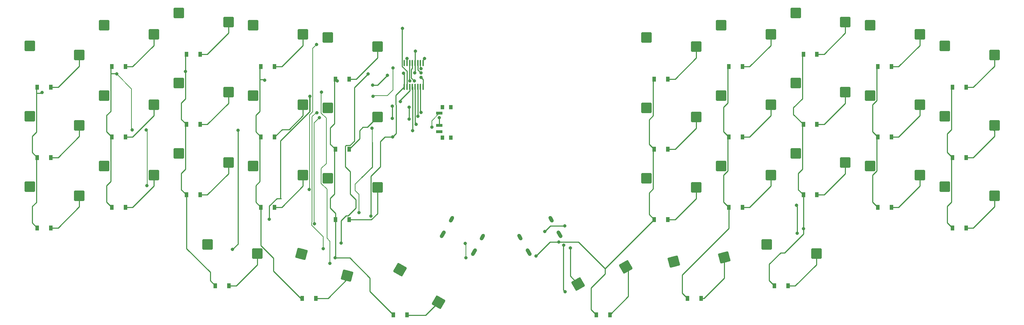
<source format=gbr>
%TF.GenerationSoftware,KiCad,Pcbnew,(6.0.8-1)-1*%
%TF.CreationDate,2022-11-15T13:56:25-05:00*%
%TF.ProjectId,kb2,6b62322e-6b69-4636-9164-5f7063625858,rev?*%
%TF.SameCoordinates,Original*%
%TF.FileFunction,Copper,L2,Bot*%
%TF.FilePolarity,Positive*%
%FSLAX46Y46*%
G04 Gerber Fmt 4.6, Leading zero omitted, Abs format (unit mm)*
G04 Created by KiCad (PCBNEW (6.0.8-1)-1) date 2022-11-15 13:56:25*
%MOMM*%
%LPD*%
G01*
G04 APERTURE LIST*
G04 Aperture macros list*
%AMRoundRect*
0 Rectangle with rounded corners*
0 $1 Rounding radius*
0 $2 $3 $4 $5 $6 $7 $8 $9 X,Y pos of 4 corners*
0 Add a 4 corners polygon primitive as box body*
4,1,4,$2,$3,$4,$5,$6,$7,$8,$9,$2,$3,0*
0 Add four circle primitives for the rounded corners*
1,1,$1+$1,$2,$3*
1,1,$1+$1,$4,$5*
1,1,$1+$1,$6,$7*
1,1,$1+$1,$8,$9*
0 Add four rect primitives between the rounded corners*
20,1,$1+$1,$2,$3,$4,$5,0*
20,1,$1+$1,$4,$5,$6,$7,0*
20,1,$1+$1,$6,$7,$8,$9,0*
20,1,$1+$1,$8,$9,$2,$3,0*%
%AMHorizOval*
0 Thick line with rounded ends*
0 $1 width*
0 $2 $3 position (X,Y) of the first rounded end (center of the circle)*
0 $4 $5 position (X,Y) of the second rounded end (center of the circle)*
0 Add line between two ends*
20,1,$1,$2,$3,$4,$5,0*
0 Add two circle primitives to create the rounded ends*
1,1,$1,$2,$3*
1,1,$1,$4,$5*%
G04 Aperture macros list end*
%TA.AperFunction,SMDPad,CuDef*%
%ADD10RoundRect,0.250000X-1.025000X-1.000000X1.025000X-1.000000X1.025000X1.000000X-1.025000X1.000000X0*%
%TD*%
%TA.AperFunction,ComponentPad*%
%ADD11HorizOval,0.900000X-0.275000X-0.476314X0.275000X0.476314X0*%
%TD*%
%TA.AperFunction,ComponentPad*%
%ADD12HorizOval,0.900000X-0.200000X-0.346410X0.200000X0.346410X0*%
%TD*%
%TA.AperFunction,SMDPad,CuDef*%
%ADD13RoundRect,0.250000X-0.387676X-1.378525X1.387676X-0.353525X0.387676X1.378525X-1.387676X0.353525X0*%
%TD*%
%TA.AperFunction,SMDPad,CuDef*%
%ADD14RoundRect,0.250000X-0.731255X-1.231215X1.248893X-0.700636X0.731255X1.231215X-1.248893X0.700636X0*%
%TD*%
%TA.AperFunction,ComponentPad*%
%ADD15HorizOval,0.900000X0.275000X-0.476314X-0.275000X0.476314X0*%
%TD*%
%TA.AperFunction,ComponentPad*%
%ADD16HorizOval,0.900000X0.200000X-0.346410X-0.200000X0.346410X0*%
%TD*%
%TA.AperFunction,SMDPad,CuDef*%
%ADD17RoundRect,0.250000X-1.248893X-0.700636X0.731255X-1.231215X1.248893X0.700636X-0.731255X1.231215X0*%
%TD*%
%TA.AperFunction,SMDPad,CuDef*%
%ADD18RoundRect,0.250000X-1.387676X-0.353525X0.387676X-1.378525X1.387676X0.353525X-0.387676X1.378525X0*%
%TD*%
%TA.AperFunction,SMDPad,CuDef*%
%ADD19R,0.900000X1.200000*%
%TD*%
%TA.AperFunction,SMDPad,CuDef*%
%ADD20RoundRect,0.100000X0.100000X-0.637500X0.100000X0.637500X-0.100000X0.637500X-0.100000X-0.637500X0*%
%TD*%
%TA.AperFunction,SMDPad,CuDef*%
%ADD21R,1.498600X0.711200*%
%TD*%
%TA.AperFunction,SMDPad,CuDef*%
%ADD22R,0.812800X0.990600*%
%TD*%
%TA.AperFunction,ViaPad*%
%ADD23C,0.800000*%
%TD*%
%TA.AperFunction,Conductor*%
%ADD24C,0.250000*%
%TD*%
%TA.AperFunction,Conductor*%
%ADD25C,0.200000*%
%TD*%
G04 APERTURE END LIST*
D10*
%TO.P,SW13,1,A*%
%TO.N,extcol6*%
X208500000Y-93000000D03*
%TO.P,SW13,2,B*%
%TO.N,Net-(D13-Pad2)*%
X220500000Y-95200000D03*
%TD*%
%TO.P,SW25,1,A*%
%TO.N,col2*%
X95500000Y-93000000D03*
%TO.P,SW25,2,B*%
%TO.N,Net-(D25-Pad2)*%
X107500000Y-95200000D03*
%TD*%
%TO.P,SW17,1,A*%
%TO.N,col2*%
X77500000Y-90000000D03*
%TO.P,SW17,2,B*%
%TO.N,Net-(D17-Pad2)*%
X89500000Y-92200000D03*
%TD*%
%TO.P,SW23,1,A*%
%TO.N,col0*%
X95500000Y-59000000D03*
%TO.P,SW23,2,B*%
%TO.N,Net-(D23-Pad2)*%
X107500000Y-61200000D03*
%TD*%
D11*
%TO.P,J2,S1,SHIELD*%
%TO.N,unconnected-(J2-PadS1)*%
X141293770Y-109511429D03*
D12*
X150861230Y-110220103D03*
D11*
X148776230Y-113831429D03*
D12*
X143378770Y-105900103D03*
%TD*%
D10*
%TO.P,SW21,1,A*%
%TO.N,extcol6*%
X226500000Y-90000000D03*
%TO.P,SW21,2,B*%
%TO.N,Net-(D21-Pad2)*%
X238500000Y-92200000D03*
%TD*%
%TO.P,SW19,1,A*%
%TO.N,extcol4*%
X226500000Y-56000000D03*
%TO.P,SW19,2,B*%
%TO.N,Net-(D19-Pad2)*%
X238500000Y-58200000D03*
%TD*%
%TO.P,SW34,1,A*%
%TO.N,extcol4*%
X262500000Y-64000000D03*
%TO.P,SW34,2,B*%
%TO.N,Net-(D34-Pad2)*%
X274500000Y-66200000D03*
%TD*%
%TO.P,SW35,1,A*%
%TO.N,extcol5*%
X262500000Y-81000000D03*
%TO.P,SW35,2,B*%
%TO.N,Net-(D35-Pad2)*%
X274500000Y-83200000D03*
%TD*%
%TO.P,SW29,1,A*%
%TO.N,extcol6*%
X244500000Y-93000000D03*
%TO.P,SW29,2,B*%
%TO.N,Net-(D29-Pad2)*%
X256500000Y-95200000D03*
%TD*%
D13*
%TO.P,SW7,1,A*%
%TO.N,extcol7*%
X173968911Y-121553848D03*
%TO.P,SW7,2,B*%
%TO.N,Net-(D7-Pad2)*%
X185461216Y-117459103D03*
%TD*%
D10*
%TO.P,SW22,1,A*%
%TO.N,extcol7*%
X219500000Y-112000000D03*
%TO.P,SW22,2,B*%
%TO.N,Net-(D22-Pad2)*%
X231500000Y-114200000D03*
%TD*%
%TO.P,SW2,1,A*%
%TO.N,col1*%
X41500000Y-81000000D03*
%TO.P,SW2,2,B*%
%TO.N,Net-(D2-Pad2)*%
X53500000Y-83200000D03*
%TD*%
%TO.P,SW10,1,A*%
%TO.N,col2*%
X59500000Y-93000000D03*
%TO.P,SW10,2,B*%
%TO.N,Net-(D10-Pad2)*%
X71500000Y-95200000D03*
%TD*%
%TO.P,SW32,1,A*%
%TO.N,col2*%
X113500000Y-96000000D03*
%TO.P,SW32,2,B*%
%TO.N,Net-(D32-Pad2)*%
X125500000Y-98200000D03*
%TD*%
%TO.P,SW31,1,A*%
%TO.N,col1*%
X113500000Y-79000000D03*
%TO.P,SW31,2,B*%
%TO.N,Net-(D31-Pad2)*%
X125500000Y-81200000D03*
%TD*%
D14*
%TO.P,SW14,1,A*%
%TO.N,extcol7*%
X197066345Y-116110312D03*
%TO.P,SW14,2,B*%
%TO.N,Net-(D14-Pad2)*%
X209226857Y-115129520D03*
%TD*%
D10*
%TO.P,SW15,1,A*%
%TO.N,col0*%
X77500000Y-56000000D03*
%TO.P,SW15,2,B*%
%TO.N,Net-(D15-Pad2)*%
X89500000Y-58200000D03*
%TD*%
%TO.P,SW28,1,A*%
%TO.N,extcol5*%
X244500000Y-76000000D03*
%TO.P,SW28,2,B*%
%TO.N,Net-(D28-Pad2)*%
X256500000Y-78200000D03*
%TD*%
%TO.P,SW20,1,A*%
%TO.N,extcol5*%
X226500000Y-73000000D03*
%TO.P,SW20,2,B*%
%TO.N,Net-(D20-Pad2)*%
X238500000Y-75200000D03*
%TD*%
%TO.P,SW3,1,A*%
%TO.N,col2*%
X41500000Y-98000000D03*
%TO.P,SW3,2,B*%
%TO.N,Net-(D3-Pad2)*%
X53500000Y-100200000D03*
%TD*%
%TO.P,SW4,1,A*%
%TO.N,extcol4*%
X190500000Y-62000000D03*
%TO.P,SW4,2,B*%
%TO.N,Net-(D4-Pad2)*%
X202500000Y-64200000D03*
%TD*%
%TO.P,SW5,1,A*%
%TO.N,extcol5*%
X190500000Y-79000000D03*
%TO.P,SW5,2,B*%
%TO.N,Net-(D5-Pad2)*%
X202500000Y-81200000D03*
%TD*%
%TO.P,SW8,1,A*%
%TO.N,col0*%
X59500000Y-59000000D03*
%TO.P,SW8,2,B*%
%TO.N,Net-(D8-Pad2)*%
X71500000Y-61200000D03*
%TD*%
%TO.P,SW1,1,A*%
%TO.N,col0*%
X41500000Y-64000000D03*
%TO.P,SW1,2,B*%
%TO.N,Net-(D1-Pad2)*%
X53500000Y-66200000D03*
%TD*%
%TO.P,SW9,1,A*%
%TO.N,col1*%
X59500000Y-76000000D03*
%TO.P,SW9,2,B*%
%TO.N,Net-(D9-Pad2)*%
X71500000Y-78200000D03*
%TD*%
%TO.P,SW24,1,A*%
%TO.N,col1*%
X95500000Y-76000000D03*
%TO.P,SW24,2,B*%
%TO.N,Net-(D24-Pad2)*%
X107500000Y-78200000D03*
%TD*%
%TO.P,SW36,1,A*%
%TO.N,extcol6*%
X262500000Y-98000000D03*
%TO.P,SW36,2,B*%
%TO.N,Net-(D36-Pad2)*%
X274500000Y-100200000D03*
%TD*%
%TO.P,SW6,1,A*%
%TO.N,extcol6*%
X190500000Y-96000000D03*
%TO.P,SW6,2,B*%
%TO.N,Net-(D6-Pad2)*%
X202500000Y-98200000D03*
%TD*%
D15*
%TO.P,J3,S1,SHIELD*%
%TO.N,unconnected-(J3-PadS1)*%
X169484043Y-109511429D03*
D16*
X167399043Y-105900103D03*
D15*
X162001583Y-113831429D03*
D16*
X159916583Y-110220103D03*
%TD*%
D10*
%TO.P,SW11,1,A*%
%TO.N,extcol4*%
X208500000Y-59000000D03*
%TO.P,SW11,2,B*%
%TO.N,Net-(D11-Pad2)*%
X220500000Y-61200000D03*
%TD*%
%TO.P,SW12,1,A*%
%TO.N,extcol5*%
X208500000Y-76000000D03*
%TO.P,SW12,2,B*%
%TO.N,Net-(D12-Pad2)*%
X220500000Y-78200000D03*
%TD*%
%TO.P,SW30,1,A*%
%TO.N,col0*%
X113500000Y-62000000D03*
%TO.P,SW30,2,B*%
%TO.N,Net-(D30-Pad2)*%
X125500000Y-64200000D03*
%TD*%
%TO.P,SW27,1,A*%
%TO.N,extcol4*%
X244500000Y-59000000D03*
%TO.P,SW27,2,B*%
%TO.N,Net-(D27-Pad2)*%
X256500000Y-61200000D03*
%TD*%
%TO.P,SW18,1,A*%
%TO.N,col3*%
X84500000Y-112000000D03*
%TO.P,SW18,2,B*%
%TO.N,Net-(D18-Pad2)*%
X96500000Y-114200000D03*
%TD*%
%TO.P,SW16,1,A*%
%TO.N,col1*%
X77500000Y-73000000D03*
%TO.P,SW16,2,B*%
%TO.N,Net-(D16-Pad2)*%
X89500000Y-75200000D03*
%TD*%
D17*
%TO.P,SW26,1,A*%
%TO.N,col3*%
X107172174Y-114298578D03*
%TO.P,SW26,2,B*%
%TO.N,Net-(D26-Pad2)*%
X118193882Y-119529444D03*
%TD*%
D18*
%TO.P,SW33,1,A*%
%TO.N,col3*%
X130968911Y-118053848D03*
%TO.P,SW33,2,B*%
%TO.N,Net-(D33-Pad2)*%
X140261216Y-125959103D03*
%TD*%
D19*
%TO.P,D32,1,K*%
%TO.N,return4*%
X115350000Y-106000000D03*
%TO.P,D32,2,A*%
%TO.N,Net-(D32-Pad2)*%
X118650000Y-106000000D03*
%TD*%
%TO.P,D17,1,K*%
%TO.N,return2*%
X79350000Y-100000000D03*
%TO.P,D17,2,A*%
%TO.N,Net-(D17-Pad2)*%
X82650000Y-100000000D03*
%TD*%
%TO.P,D27,1,K*%
%TO.N,extrow3*%
X246350000Y-69000000D03*
%TO.P,D27,2,A*%
%TO.N,Net-(D27-Pad2)*%
X249650000Y-69000000D03*
%TD*%
%TO.P,D5,1,K*%
%TO.N,extrow0*%
X192350000Y-89000000D03*
%TO.P,D5,2,A*%
%TO.N,Net-(D5-Pad2)*%
X195650000Y-89000000D03*
%TD*%
%TO.P,D26,1,K*%
%TO.N,return3*%
X107350000Y-125000000D03*
%TO.P,D26,2,A*%
%TO.N,Net-(D26-Pad2)*%
X110650000Y-125000000D03*
%TD*%
%TO.P,D31,1,K*%
%TO.N,return4*%
X115350000Y-89000000D03*
%TO.P,D31,2,A*%
%TO.N,Net-(D31-Pad2)*%
X118650000Y-89000000D03*
%TD*%
%TO.P,D22,1,K*%
%TO.N,extrow2*%
X221350000Y-122000000D03*
%TO.P,D22,2,A*%
%TO.N,Net-(D22-Pad2)*%
X224650000Y-122000000D03*
%TD*%
D20*
%TO.P,U2,1,QB*%
%TO.N,col6*%
X136525000Y-73862500D03*
%TO.P,U2,2,QC*%
%TO.N,col5*%
X135875000Y-73862500D03*
%TO.P,U2,3,QD*%
%TO.N,col4*%
X135225000Y-73862500D03*
%TO.P,U2,4,QE*%
%TO.N,col3*%
X134575000Y-73862500D03*
%TO.P,U2,5,QF*%
%TO.N,col2*%
X133925000Y-73862500D03*
%TO.P,U2,6,QG*%
%TO.N,col1*%
X133275000Y-73862500D03*
%TO.P,U2,7,QH*%
%TO.N,col0*%
X132625000Y-73862500D03*
%TO.P,U2,8,GND*%
%TO.N,GND*%
X131975000Y-73862500D03*
%TO.P,U2,9,QH'*%
%TO.N,unconnected-(U2-Pad9)*%
X131975000Y-68137500D03*
%TO.P,U2,10,~{SRCLR}*%
%TO.N,+3V3*%
X132625000Y-68137500D03*
%TO.P,U2,11,SRCLK*%
%TO.N,SCK*%
X133275000Y-68137500D03*
%TO.P,U2,12,RCLK*%
%TO.N,MISO*%
X133925000Y-68137500D03*
%TO.P,U2,13,~{OE}*%
%TO.N,GND*%
X134575000Y-68137500D03*
%TO.P,U2,14,SER*%
%TO.N,MOSI*%
X135225000Y-68137500D03*
%TO.P,U2,15,QA*%
%TO.N,col7*%
X135875000Y-68137500D03*
%TO.P,U2,16,VCC*%
%TO.N,+3V3*%
X136525000Y-68137500D03*
%TD*%
D19*
%TO.P,D19,1,K*%
%TO.N,extrow2*%
X228350000Y-66000000D03*
%TO.P,D19,2,A*%
%TO.N,Net-(D19-Pad2)*%
X231650000Y-66000000D03*
%TD*%
%TO.P,D28,1,K*%
%TO.N,extrow3*%
X246350000Y-86000000D03*
%TO.P,D28,2,A*%
%TO.N,Net-(D28-Pad2)*%
X249650000Y-86000000D03*
%TD*%
%TO.P,D36,1,K*%
%TO.N,extrow4*%
X264350000Y-108000000D03*
%TO.P,D36,2,A*%
%TO.N,Net-(D36-Pad2)*%
X267650000Y-108000000D03*
%TD*%
%TO.P,D15,1,K*%
%TO.N,return2*%
X79350000Y-66000000D03*
%TO.P,D15,2,A*%
%TO.N,Net-(D15-Pad2)*%
X82650000Y-66000000D03*
%TD*%
%TO.P,D9,1,K*%
%TO.N,return1*%
X61350000Y-86000000D03*
%TO.P,D9,2,A*%
%TO.N,Net-(D9-Pad2)*%
X64650000Y-86000000D03*
%TD*%
%TO.P,D16,1,K*%
%TO.N,return2*%
X79350000Y-83000000D03*
%TO.P,D16,2,A*%
%TO.N,Net-(D16-Pad2)*%
X82650000Y-83000000D03*
%TD*%
%TO.P,D4,1,K*%
%TO.N,extrow0*%
X192350000Y-72000000D03*
%TO.P,D4,2,A*%
%TO.N,Net-(D4-Pad2)*%
X195650000Y-72000000D03*
%TD*%
%TO.P,D30,1,K*%
%TO.N,return4*%
X115350000Y-72000000D03*
%TO.P,D30,2,A*%
%TO.N,Net-(D30-Pad2)*%
X118650000Y-72000000D03*
%TD*%
D21*
%TO.P,SW38,1,A*%
%TO.N,Net-(SW38-Pad1)*%
X140448100Y-80249999D03*
%TO.P,SW38,2,B*%
%TO.N,Net-(SW38-Pad2)*%
X140448100Y-83250001D03*
%TO.P,SW38,3,C*%
%TO.N,unconnected-(SW38-Pad3)*%
X140448100Y-84750001D03*
D22*
%TO.P,SW38,6*%
%TO.N,N/C*%
X141148101Y-78850000D03*
%TO.P,SW38,7*%
X141148101Y-86150000D03*
%TO.P,SW38,8*%
X143248100Y-78850000D03*
%TO.P,SW38,9*%
X143248100Y-86150000D03*
%TD*%
D19*
%TO.P,D6,1,K*%
%TO.N,extrow0*%
X192350000Y-106000000D03*
%TO.P,D6,2,A*%
%TO.N,Net-(D6-Pad2)*%
X195650000Y-106000000D03*
%TD*%
%TO.P,D35,1,K*%
%TO.N,extrow4*%
X264350000Y-91000000D03*
%TO.P,D35,2,A*%
%TO.N,Net-(D35-Pad2)*%
X267650000Y-91000000D03*
%TD*%
%TO.P,D3,1,K*%
%TO.N,return0*%
X43350000Y-108000000D03*
%TO.P,D3,2,A*%
%TO.N,Net-(D3-Pad2)*%
X46650000Y-108000000D03*
%TD*%
%TO.P,D29,1,K*%
%TO.N,extrow3*%
X246350000Y-103000000D03*
%TO.P,D29,2,A*%
%TO.N,Net-(D29-Pad2)*%
X249650000Y-103000000D03*
%TD*%
%TO.P,D12,1,K*%
%TO.N,extrow1*%
X210350000Y-86000000D03*
%TO.P,D12,2,A*%
%TO.N,Net-(D12-Pad2)*%
X213650000Y-86000000D03*
%TD*%
%TO.P,D14,1,K*%
%TO.N,extrow1*%
X200350000Y-125000000D03*
%TO.P,D14,2,A*%
%TO.N,Net-(D14-Pad2)*%
X203650000Y-125000000D03*
%TD*%
%TO.P,D34,1,K*%
%TO.N,extrow4*%
X264350000Y-74000000D03*
%TO.P,D34,2,A*%
%TO.N,Net-(D34-Pad2)*%
X267650000Y-74000000D03*
%TD*%
%TO.P,D21,1,K*%
%TO.N,extrow2*%
X228350000Y-100000000D03*
%TO.P,D21,2,A*%
%TO.N,Net-(D21-Pad2)*%
X231650000Y-100000000D03*
%TD*%
%TO.P,D10,1,K*%
%TO.N,return1*%
X61350000Y-103000000D03*
%TO.P,D10,2,A*%
%TO.N,Net-(D10-Pad2)*%
X64650000Y-103000000D03*
%TD*%
%TO.P,D2,1,K*%
%TO.N,return0*%
X43350000Y-91000000D03*
%TO.P,D2,2,A*%
%TO.N,Net-(D2-Pad2)*%
X46650000Y-91000000D03*
%TD*%
%TO.P,D1,1,K*%
%TO.N,return0*%
X43350000Y-74000000D03*
%TO.P,D1,2,A*%
%TO.N,Net-(D1-Pad2)*%
X46650000Y-74000000D03*
%TD*%
%TO.P,D8,1,K*%
%TO.N,return1*%
X61350000Y-69000000D03*
%TO.P,D8,2,A*%
%TO.N,Net-(D8-Pad2)*%
X64650000Y-69000000D03*
%TD*%
%TO.P,D25,1,K*%
%TO.N,return3*%
X97350000Y-103000000D03*
%TO.P,D25,2,A*%
%TO.N,Net-(D25-Pad2)*%
X100650000Y-103000000D03*
%TD*%
%TO.P,D11,1,K*%
%TO.N,extrow1*%
X210350000Y-69000000D03*
%TO.P,D11,2,A*%
%TO.N,Net-(D11-Pad2)*%
X213650000Y-69000000D03*
%TD*%
%TO.P,D18,1,K*%
%TO.N,return2*%
X86350000Y-122000000D03*
%TO.P,D18,2,A*%
%TO.N,Net-(D18-Pad2)*%
X89650000Y-122000000D03*
%TD*%
%TO.P,D7,1,K*%
%TO.N,extrow0*%
X178350000Y-129000000D03*
%TO.P,D7,2,A*%
%TO.N,Net-(D7-Pad2)*%
X181650000Y-129000000D03*
%TD*%
%TO.P,D33,1,K*%
%TO.N,return4*%
X129350000Y-129000000D03*
%TO.P,D33,2,A*%
%TO.N,Net-(D33-Pad2)*%
X132650000Y-129000000D03*
%TD*%
%TO.P,D23,1,K*%
%TO.N,return3*%
X97350000Y-69000000D03*
%TO.P,D23,2,A*%
%TO.N,Net-(D23-Pad2)*%
X100650000Y-69000000D03*
%TD*%
%TO.P,D20,1,K*%
%TO.N,extrow2*%
X228350000Y-83000000D03*
%TO.P,D20,2,A*%
%TO.N,Net-(D20-Pad2)*%
X231650000Y-83000000D03*
%TD*%
%TO.P,D13,1,K*%
%TO.N,extrow1*%
X210350000Y-103000000D03*
%TO.P,D13,2,A*%
%TO.N,Net-(D13-Pad2)*%
X213650000Y-103000000D03*
%TD*%
%TO.P,D24,1,K*%
%TO.N,return3*%
X97350000Y-86000000D03*
%TO.P,D24,2,A*%
%TO.N,Net-(D24-Pad2)*%
X100650000Y-86000000D03*
%TD*%
D23*
%TO.N,return0*%
X44500000Y-75250000D03*
X109000000Y-98700000D03*
X110799999Y-63674999D03*
%TO.N,return1*%
X69850000Y-97800000D03*
X66250000Y-84350000D03*
X69600000Y-84300000D03*
X62500000Y-70750000D03*
%TO.N,return2*%
X123250000Y-70750000D03*
X79099999Y-70150001D03*
X116700000Y-111700000D03*
%TO.N,return3*%
X97350000Y-103000000D03*
X98250000Y-72250000D03*
%TO.N,return4*%
X115300000Y-115200000D03*
X115750000Y-72500000D03*
%TO.N,GND*%
X134500000Y-70500000D03*
X129150000Y-86000000D03*
X131825000Y-70600000D03*
X123900000Y-105100000D03*
X134700000Y-65300000D03*
%TO.N,col5*%
X112402033Y-112997967D03*
X110875000Y-80125000D03*
X136000000Y-80100000D03*
%TO.N,col7*%
X109200000Y-76200000D03*
X99400000Y-105900000D03*
X129250000Y-69300000D03*
X136000000Y-69500000D03*
X124425000Y-76150000D03*
%TO.N,col4*%
X111500500Y-81325000D03*
X135300000Y-81000000D03*
X110261826Y-107038174D03*
%TO.N,col6*%
X146675000Y-111725000D03*
X114000000Y-116600000D03*
X136000000Y-71600000D03*
X127875000Y-71075000D03*
X112000000Y-75200000D03*
X146825000Y-115200000D03*
X124375000Y-73450000D03*
%TO.N,extcol6*%
X190950000Y-95575000D03*
X208500000Y-93000000D03*
X226500000Y-90000000D03*
X170775000Y-107475000D03*
X165925000Y-108825000D03*
X262500000Y-98000000D03*
X244500000Y-93000000D03*
%TO.N,extcol4*%
X262500000Y-64000000D03*
X191150000Y-61775000D03*
X226500000Y-56000000D03*
X244500000Y-59000000D03*
X208500000Y-59000000D03*
%TO.N,extcol7*%
X197066345Y-116110312D03*
X219500000Y-112000000D03*
X174800000Y-121700000D03*
X172072442Y-112802960D03*
%TO.N,extcol5*%
X244500000Y-76000000D03*
X190825000Y-78575000D03*
X226500000Y-73000000D03*
X208500000Y-76000000D03*
X262500000Y-81000000D03*
%TO.N,col0*%
X41750000Y-63750000D03*
X77500000Y-56000000D03*
X95500000Y-59000000D03*
X131499999Y-59750001D03*
X113500000Y-62000000D03*
X59500000Y-59000000D03*
%TO.N,col1*%
X95500000Y-76000000D03*
X59500000Y-76000000D03*
X131025500Y-77492716D03*
X113500000Y-79000000D03*
X77500000Y-73000000D03*
X41750000Y-80750000D03*
%TO.N,col2*%
X77500000Y-90000000D03*
X113500000Y-96000000D03*
X95500000Y-93000000D03*
X41750000Y-97750000D03*
X133994898Y-84499500D03*
X59500000Y-93000000D03*
%TO.N,col3*%
X91800000Y-84400000D03*
X107172174Y-114298578D03*
X131000000Y-118174001D03*
X84750000Y-111500000D03*
X90500000Y-113200000D03*
X134836033Y-82975500D03*
%TO.N,RST*%
X133125000Y-78825000D03*
X133175000Y-81699500D03*
X129050000Y-81525000D03*
X129050000Y-78575000D03*
%TO.N,+3V3*%
X136850000Y-67025000D03*
X132625000Y-67067796D03*
%TO.N,SCK*%
X133333532Y-72500000D03*
%TO.N,MISO*%
X134400000Y-72500000D03*
%TO.N,MOSI*%
X136000000Y-70500000D03*
%TO.N,Net-(SW38-Pad2)*%
X140425000Y-81375000D03*
%TO.N,extrow0*%
X169300721Y-111411214D03*
X163800000Y-114825000D03*
%TO.N,extrow4*%
X264350000Y-108000000D03*
%TO.N,extrow2*%
X228350000Y-108225000D03*
%TO.N,extrow3*%
X226725000Y-102475000D03*
X226850000Y-109250000D03*
X246350000Y-103000000D03*
%TO.N,extrow1*%
X170439263Y-112135714D03*
X170825000Y-123425000D03*
X200350000Y-125000000D03*
%TO.N,Net-(SW38-Pad1)*%
X124200000Y-83900000D03*
X138625000Y-83675000D03*
X121024500Y-104279600D03*
%TD*%
D24*
%TO.N,return0*%
X43099999Y-84798780D02*
X42099999Y-85798780D01*
D25*
X109899500Y-64575498D02*
X109899500Y-79900500D01*
D24*
X43099999Y-74250001D02*
X43099999Y-75400001D01*
D25*
X110799999Y-63674999D02*
X109899500Y-64575498D01*
X109100000Y-80700000D02*
X109100000Y-98600000D01*
D24*
X43099999Y-75400001D02*
X44349999Y-75400001D01*
X43099999Y-91250001D02*
X43099999Y-101798780D01*
X42099999Y-106749999D02*
X43350000Y-108000000D01*
X42099999Y-102798780D02*
X42099999Y-106749999D01*
X43099999Y-75400001D02*
X43099999Y-84798780D01*
X42099999Y-85798780D02*
X42099999Y-89749999D01*
X43099999Y-101798780D02*
X42099999Y-102798780D01*
X44349999Y-75400001D02*
X44500000Y-75250000D01*
D25*
X109100000Y-98600000D02*
X109000000Y-98700000D01*
X109899500Y-79900500D02*
X109100000Y-80700000D01*
D24*
X42099999Y-89749999D02*
X43350000Y-91000000D01*
%TO.N,Net-(D1-Pad2)*%
X48373835Y-74000000D02*
X53500000Y-68873835D01*
X53500000Y-68873835D02*
X53500000Y-66200000D01*
X46650000Y-74000000D02*
X48373835Y-74000000D01*
%TO.N,Net-(D2-Pad2)*%
X46650000Y-91000000D02*
X48373835Y-91000000D01*
X53500000Y-85873835D02*
X53500000Y-83200000D01*
X48373835Y-91000000D02*
X53500000Y-85873835D01*
%TO.N,Net-(D3-Pad2)*%
X53500000Y-102873835D02*
X53500000Y-100200000D01*
X48373835Y-108000000D02*
X53500000Y-102873835D01*
X46650000Y-108000000D02*
X48373835Y-108000000D01*
%TO.N,Net-(D4-Pad2)*%
X202500000Y-66873835D02*
X202500000Y-64200000D01*
X195650000Y-72000000D02*
X197373835Y-72000000D01*
X197373835Y-72000000D02*
X202500000Y-66873835D01*
%TO.N,Net-(D5-Pad2)*%
X195650000Y-89000000D02*
X197373835Y-89000000D01*
X202500000Y-83873835D02*
X202500000Y-81200000D01*
X197373835Y-89000000D02*
X202500000Y-83873835D01*
%TO.N,Net-(D6-Pad2)*%
X202500000Y-100873835D02*
X202500000Y-98200000D01*
X197373835Y-106000000D02*
X202500000Y-100873835D01*
X195650000Y-106000000D02*
X197373835Y-106000000D01*
%TO.N,Net-(D7-Pad2)*%
X181650000Y-129000000D02*
X186088141Y-124561859D01*
X186088141Y-124561859D02*
X186088141Y-118086028D01*
%TO.N,return1*%
X62400001Y-70650001D02*
X62500000Y-70750000D01*
D25*
X69875001Y-97774999D02*
X69850000Y-97800000D01*
X62500000Y-70750000D02*
X66124999Y-74374999D01*
D24*
X60099999Y-97798780D02*
X60099999Y-101749999D01*
D25*
X66124999Y-74374999D02*
X66124999Y-84224999D01*
D24*
X61099999Y-69250001D02*
X61099999Y-70650001D01*
X60099999Y-80798780D02*
X60099999Y-84749999D01*
X60099999Y-101749999D02*
X61350000Y-103000000D01*
D25*
X69600000Y-84300000D02*
X69875001Y-84575001D01*
D24*
X61099999Y-96798780D02*
X60099999Y-97798780D01*
X61099999Y-86250001D02*
X61099999Y-96798780D01*
D25*
X69875001Y-84575001D02*
X69875001Y-97774999D01*
D24*
X61099999Y-70650001D02*
X62400001Y-70650001D01*
X60099999Y-84749999D02*
X61350000Y-86000000D01*
X61099999Y-79798780D02*
X60099999Y-80798780D01*
D25*
X66124999Y-84224999D02*
X66250000Y-84350000D01*
D24*
X61099999Y-70650001D02*
X61099999Y-79798780D01*
%TO.N,Net-(D8-Pad2)*%
X64650000Y-69000000D02*
X66373835Y-69000000D01*
X71500000Y-63873835D02*
X71500000Y-61200000D01*
X66373835Y-69000000D02*
X71500000Y-63873835D01*
%TO.N,Net-(D9-Pad2)*%
X71500000Y-80873835D02*
X71500000Y-78200000D01*
X66373835Y-86000000D02*
X71500000Y-80873835D01*
X64650000Y-86000000D02*
X66373835Y-86000000D01*
%TO.N,Net-(D10-Pad2)*%
X64650000Y-103000000D02*
X66373835Y-103000000D01*
X71500000Y-97873835D02*
X71500000Y-95200000D01*
X66373835Y-103000000D02*
X71500000Y-97873835D01*
%TO.N,Net-(D11-Pad2)*%
X213650000Y-69000000D02*
X215373835Y-69000000D01*
X220500000Y-63873835D02*
X220500000Y-61200000D01*
X215373835Y-69000000D02*
X220500000Y-63873835D01*
%TO.N,Net-(D12-Pad2)*%
X215373835Y-86000000D02*
X220500000Y-80873835D01*
X220500000Y-80873835D02*
X220500000Y-78200000D01*
X213650000Y-86000000D02*
X215373835Y-86000000D01*
%TO.N,Net-(D13-Pad2)*%
X220500000Y-97873835D02*
X220500000Y-95200000D01*
X213650000Y-103000000D02*
X215373835Y-103000000D01*
X215373835Y-103000000D02*
X220500000Y-97873835D01*
%TO.N,Net-(D14-Pad2)*%
X203650000Y-125000000D02*
X204350000Y-125000000D01*
X209226857Y-120123143D02*
X209226857Y-115129520D01*
X204350000Y-125000000D02*
X209226857Y-120123143D01*
%TO.N,return2*%
X79350000Y-112976165D02*
X85099999Y-118726164D01*
X118900001Y-99798780D02*
X120300000Y-101198779D01*
X85099999Y-118726164D02*
X85099999Y-120749999D01*
X79099999Y-76798780D02*
X78099999Y-77798780D01*
X79350000Y-100000000D02*
X79350000Y-112976165D01*
X119900001Y-86999999D02*
X118825000Y-88075000D01*
X78099999Y-81749999D02*
X79350000Y-83000000D01*
X78099999Y-77798780D02*
X78099999Y-81749999D01*
X117875000Y-105075000D02*
X116700000Y-106250000D01*
X118825000Y-88075000D02*
X117875000Y-88075000D01*
X117700000Y-93200000D02*
X118900001Y-94400001D01*
X117700000Y-88250000D02*
X117700000Y-93200000D01*
X79099999Y-66250001D02*
X79099999Y-76798780D01*
X79099999Y-83250001D02*
X79099999Y-93798780D01*
X85099999Y-120749999D02*
X86350000Y-122000000D01*
X119900001Y-74099999D02*
X119900001Y-86999999D01*
X78099999Y-98749999D02*
X79350000Y-100000000D01*
X118425000Y-105075000D02*
X117875000Y-105075000D01*
X120300000Y-101198779D02*
X120300000Y-103200000D01*
X78099999Y-94798780D02*
X78099999Y-98749999D01*
X79099999Y-93798780D02*
X78099999Y-94798780D01*
X120300000Y-103200000D02*
X118425000Y-105075000D01*
X116700000Y-106250000D02*
X116700000Y-111700000D01*
X117875000Y-88075000D02*
X117700000Y-88250000D01*
X123250000Y-70750000D02*
X119900001Y-74099999D01*
X118900001Y-94400001D02*
X118900001Y-99798780D01*
%TO.N,Net-(D15-Pad2)*%
X82650000Y-66000000D02*
X84373835Y-66000000D01*
X84373835Y-66000000D02*
X89500000Y-60873835D01*
X89500000Y-60873835D02*
X89500000Y-58200000D01*
%TO.N,Net-(D16-Pad2)*%
X89500000Y-77873835D02*
X89500000Y-75200000D01*
X84373835Y-83000000D02*
X89500000Y-77873835D01*
X82650000Y-83000000D02*
X84373835Y-83000000D01*
%TO.N,Net-(D17-Pad2)*%
X82650000Y-100000000D02*
X84373835Y-100000000D01*
X89500000Y-94873835D02*
X89500000Y-92200000D01*
X84373835Y-100000000D02*
X89500000Y-94873835D01*
%TO.N,Net-(D18-Pad2)*%
X91373835Y-122000000D02*
X96500000Y-116873835D01*
X96500000Y-116873835D02*
X96500000Y-114200000D01*
X89650000Y-122000000D02*
X91373835Y-122000000D01*
%TO.N,Net-(D19-Pad2)*%
X231650000Y-66000000D02*
X233373835Y-66000000D01*
X238500000Y-60873835D02*
X238500000Y-58200000D01*
X233373835Y-66000000D02*
X238500000Y-60873835D01*
%TO.N,Net-(D20-Pad2)*%
X238500000Y-77873835D02*
X238500000Y-75200000D01*
X233373835Y-83000000D02*
X238500000Y-77873835D01*
X231650000Y-83000000D02*
X233373835Y-83000000D01*
%TO.N,Net-(D21-Pad2)*%
X233373835Y-100000000D02*
X238500000Y-94873835D01*
X231650000Y-100000000D02*
X233373835Y-100000000D01*
X238500000Y-94873835D02*
X238500000Y-92200000D01*
%TO.N,Net-(D22-Pad2)*%
X226373835Y-122000000D02*
X231500000Y-116873835D01*
X231500000Y-116873835D02*
X231500000Y-114200000D01*
X224650000Y-122000000D02*
X226373835Y-122000000D01*
%TO.N,return3*%
X100400000Y-118400000D02*
X100400000Y-115261827D01*
X97099999Y-86250001D02*
X97099999Y-96798780D01*
X96099999Y-101749999D02*
X97350000Y-103000000D01*
X96099999Y-84749999D02*
X97350000Y-86000000D01*
X97099999Y-96798780D02*
X96099999Y-97798780D01*
X100400000Y-115261827D02*
X97350000Y-112211827D01*
X107350000Y-125000000D02*
X107000000Y-125000000D01*
X97099999Y-72150001D02*
X98150001Y-72150001D01*
X97099999Y-72150001D02*
X97099999Y-79798780D01*
X97099999Y-69250001D02*
X97099999Y-72150001D01*
X96099999Y-80798780D02*
X96099999Y-84749999D01*
X98150001Y-72150001D02*
X98250000Y-72250000D01*
X97350000Y-112211827D02*
X97350000Y-103000000D01*
X107000000Y-125000000D02*
X100400000Y-118400000D01*
X97099999Y-79798780D02*
X96099999Y-80798780D01*
X96099999Y-97798780D02*
X96099999Y-101749999D01*
%TO.N,Net-(D23-Pad2)*%
X102373835Y-69000000D02*
X107500000Y-63873835D01*
X107500000Y-63873835D02*
X107500000Y-61200000D01*
X100650000Y-69000000D02*
X102373835Y-69000000D01*
%TO.N,Net-(D24-Pad2)*%
X107500000Y-80873835D02*
X107500000Y-78200000D01*
X104173835Y-84200000D02*
X107500000Y-80873835D01*
X102450000Y-84200000D02*
X104173835Y-84200000D01*
X100650000Y-86000000D02*
X102450000Y-84200000D01*
%TO.N,Net-(D25-Pad2)*%
X102373835Y-103000000D02*
X107500000Y-97873835D01*
X100650000Y-103000000D02*
X102373835Y-103000000D01*
X107500000Y-97873835D02*
X107500000Y-95200000D01*
%TO.N,Net-(D26-Pad2)*%
X110650000Y-125000000D02*
X113609932Y-125000000D01*
X113609932Y-125000000D02*
X118193882Y-120416050D01*
%TO.N,Net-(D27-Pad2)*%
X256500000Y-63873835D02*
X256500000Y-61200000D01*
X249650000Y-69000000D02*
X251373835Y-69000000D01*
X251373835Y-69000000D02*
X256500000Y-63873835D01*
%TO.N,Net-(D28-Pad2)*%
X256500000Y-80873835D02*
X256500000Y-78200000D01*
X251373835Y-86000000D02*
X256500000Y-80873835D01*
X249650000Y-86000000D02*
X251373835Y-86000000D01*
%TO.N,Net-(D29-Pad2)*%
X256500000Y-97873835D02*
X256500000Y-95200000D01*
X249650000Y-103000000D02*
X251373835Y-103000000D01*
X251373835Y-103000000D02*
X256500000Y-97873835D01*
%TO.N,return4*%
X118800000Y-115200000D02*
X115300000Y-115200000D01*
X114099999Y-100798780D02*
X114099999Y-103201220D01*
X115350000Y-72100000D02*
X115750000Y-72500000D01*
X114099999Y-87749999D02*
X115350000Y-89000000D01*
X123700000Y-123350000D02*
X123700000Y-120100000D01*
X114099999Y-103201220D02*
X115350000Y-104451221D01*
X115099999Y-89250001D02*
X115099999Y-99798780D01*
X115099999Y-82798780D02*
X114099999Y-83798780D01*
X115099999Y-72250001D02*
X115099999Y-82798780D01*
X115350000Y-104451221D02*
X115350000Y-106000000D01*
X129350000Y-129000000D02*
X123700000Y-123350000D01*
X115350000Y-115150000D02*
X115300000Y-115200000D01*
X115099999Y-99798780D02*
X114099999Y-100798780D01*
X123700000Y-120100000D02*
X118800000Y-115200000D01*
X115350000Y-106000000D02*
X115350000Y-115150000D01*
X114099999Y-83798780D02*
X114099999Y-87749999D01*
%TO.N,Net-(D30-Pad2)*%
X125500000Y-66873835D02*
X125500000Y-64200000D01*
X118650000Y-72000000D02*
X120373835Y-72000000D01*
X120373835Y-72000000D02*
X125500000Y-66873835D01*
%TO.N,Net-(D31-Pad2)*%
X121174999Y-86425001D02*
X121174999Y-84451166D01*
X118650000Y-88950000D02*
X121174999Y-86425001D01*
X121951166Y-83674999D02*
X123025001Y-83674999D01*
X123025001Y-83674999D02*
X125500000Y-81200000D01*
X121174999Y-84451166D02*
X121951166Y-83674999D01*
%TO.N,Net-(D32-Pad2)*%
X124024598Y-106000000D02*
X125500000Y-104524598D01*
X118650000Y-106000000D02*
X124024598Y-106000000D01*
X125500000Y-104524598D02*
X125500000Y-98200000D01*
%TO.N,Net-(D33-Pad2)*%
X132725001Y-129075001D02*
X137145318Y-129075001D01*
X137145318Y-129075001D02*
X140261216Y-125959103D01*
%TO.N,Net-(D34-Pad2)*%
X274500000Y-66200000D02*
X274500000Y-68873835D01*
X269373835Y-74000000D02*
X267650000Y-74000000D01*
X274500000Y-68873835D02*
X269373835Y-74000000D01*
%TO.N,Net-(D35-Pad2)*%
X274500000Y-85873835D02*
X274500000Y-83200000D01*
X274500000Y-83200000D02*
X274325000Y-84450000D01*
X267650000Y-91000000D02*
X269373835Y-91000000D01*
X274325000Y-84450000D02*
X274325000Y-83375000D01*
X269373835Y-91000000D02*
X274500000Y-85873835D01*
%TO.N,Net-(D36-Pad2)*%
X267650000Y-108000000D02*
X269373835Y-108000000D01*
X269373835Y-108000000D02*
X274500000Y-102873835D01*
X274500000Y-102873835D02*
X274500000Y-100200000D01*
%TO.N,GND*%
X129899500Y-75938000D02*
X131975000Y-73862500D01*
X129150000Y-86000000D02*
X127300000Y-86000000D01*
X126200000Y-93200000D02*
X123900000Y-95500000D01*
X131975000Y-70750000D02*
X131825000Y-70600000D01*
X126200000Y-87100000D02*
X126200000Y-93200000D01*
X134575000Y-70425000D02*
X134500000Y-70500000D01*
X134575000Y-65425000D02*
X134700000Y-65300000D01*
X129974500Y-78299902D02*
X129899500Y-78224902D01*
X134575000Y-68137500D02*
X134575000Y-65425000D01*
X129899500Y-78224902D02*
X129899500Y-75938000D01*
X123900000Y-95500000D02*
X123900000Y-105100000D01*
X129974500Y-85175500D02*
X129974500Y-78299902D01*
X131975000Y-73862500D02*
X131975000Y-70750000D01*
X134575000Y-68137500D02*
X134575000Y-70425000D01*
X127300000Y-86000000D02*
X126200000Y-87100000D01*
X129150000Y-86000000D02*
X129974500Y-85175500D01*
%TO.N,col5*%
X136000000Y-80100000D02*
X136000000Y-80000000D01*
D25*
X109700000Y-106610757D02*
X109700000Y-81100000D01*
X110675000Y-80125000D02*
X110875000Y-80125000D01*
X109562326Y-106748431D02*
X109700000Y-106610757D01*
D24*
X135875000Y-73862500D02*
X135875000Y-79875000D01*
D25*
X109562326Y-107327917D02*
X109562326Y-106748431D01*
X112402033Y-112997967D02*
X112402033Y-110167624D01*
X109700000Y-81100000D02*
X110675000Y-80125000D01*
D24*
X135875000Y-79875000D02*
X136000000Y-80000000D01*
D25*
X112402033Y-110167624D02*
X109562326Y-107327917D01*
D24*
%TO.N,col7*%
X99400000Y-102701221D02*
X99400000Y-105900000D01*
D25*
X124425000Y-76150000D02*
X124550000Y-76025000D01*
D24*
X102200000Y-100900000D02*
X102099999Y-100799999D01*
D25*
X124550000Y-76025000D02*
X127850000Y-76025000D01*
X135875000Y-69375000D02*
X136000000Y-69500000D01*
D24*
X109200000Y-79809525D02*
X109200000Y-76200000D01*
X102099999Y-100799999D02*
X102099999Y-86909526D01*
D25*
X127850000Y-76025000D02*
X129250000Y-74625000D01*
X109075000Y-79825000D02*
X109075000Y-76325000D01*
X129250000Y-74625000D02*
X129250000Y-69300000D01*
D24*
X102200000Y-100900000D02*
X101201221Y-100900000D01*
X102099999Y-86909526D02*
X109200000Y-79809525D01*
X101201221Y-100900000D02*
X99400000Y-102701221D01*
D25*
X135875000Y-68137500D02*
X135875000Y-69375000D01*
X109075000Y-76325000D02*
X109200000Y-76200000D01*
X102124999Y-100824999D02*
X102200000Y-100900000D01*
D24*
%TO.N,col4*%
X135225000Y-73862500D02*
X135225000Y-80925000D01*
D25*
X110261826Y-107038174D02*
X110199999Y-106976347D01*
D24*
X135225000Y-80925000D02*
X135300000Y-81000000D01*
D25*
X110199999Y-82625501D02*
X111500500Y-81325000D01*
X110199999Y-106976347D02*
X110199999Y-82625501D01*
D24*
%TO.N,col6*%
X124375000Y-73450000D02*
X125500000Y-73450000D01*
D25*
X111925000Y-80227817D02*
X113150001Y-81452818D01*
D24*
X136525000Y-72125000D02*
X136000000Y-71600000D01*
D25*
X113298502Y-110498502D02*
X114000000Y-111200000D01*
X114000000Y-111200000D02*
X114000000Y-116600000D01*
X146825000Y-111875000D02*
X146675000Y-111725000D01*
X111925000Y-75275000D02*
X111925000Y-80227817D01*
X112000000Y-75200000D02*
X111925000Y-75275000D01*
X111925000Y-97227817D02*
X113298502Y-98601319D01*
X113150001Y-81452818D02*
X113150001Y-92424999D01*
X113150001Y-92424999D02*
X111925000Y-93650000D01*
X113298502Y-98601319D02*
X113298502Y-110498502D01*
X146825000Y-115200000D02*
X146825000Y-111875000D01*
X111925000Y-93650000D02*
X111925000Y-97227817D01*
D24*
X136525000Y-73862500D02*
X136525000Y-72125000D01*
X125500000Y-73450000D02*
X127875000Y-71075000D01*
%TO.N,extcol6*%
X167275000Y-107475000D02*
X170775000Y-107475000D01*
X165925000Y-108825000D02*
X167275000Y-107475000D01*
%TO.N,extcol7*%
X172065286Y-119650223D02*
X172065286Y-112810116D01*
X173968911Y-121553848D02*
X172065286Y-119650223D01*
X172065286Y-112810116D02*
X172072442Y-112802960D01*
%TO.N,col0*%
X132609032Y-70110073D02*
X131450000Y-68951041D01*
X131450000Y-59800000D02*
X131499999Y-59750001D01*
X131450000Y-68951041D02*
X131450000Y-59800000D01*
X132609032Y-73846532D02*
X132609032Y-70110073D01*
%TO.N,col1*%
X131025500Y-77099902D02*
X131025500Y-77492716D01*
X133275000Y-74850402D02*
X131025500Y-77099902D01*
X133275000Y-73862500D02*
X133275000Y-74850402D01*
%TO.N,col2*%
X134000000Y-84494398D02*
X133994898Y-84499500D01*
X134000000Y-73937500D02*
X134000000Y-84494398D01*
%TO.N,col3*%
X134575000Y-82714467D02*
X134836033Y-82975500D01*
X134575000Y-73862500D02*
X134575000Y-82714467D01*
X91800000Y-111900000D02*
X91800000Y-84400000D01*
X90500000Y-113200000D02*
X91800000Y-111900000D01*
%TO.N,RST*%
X133125000Y-81649500D02*
X133175000Y-81699500D01*
X133125000Y-78825000D02*
X133125000Y-81649500D01*
X129050000Y-81525000D02*
X129050000Y-78575000D01*
%TO.N,+3V3*%
X132625000Y-68137500D02*
X132625000Y-67067796D01*
X136525000Y-68137500D02*
X136525000Y-67325000D01*
X136825000Y-67025000D02*
X136850000Y-67025000D01*
X136525000Y-67325000D02*
X136825000Y-67025000D01*
%TO.N,SCK*%
X133225999Y-72392467D02*
X133333532Y-72500000D01*
X133225999Y-68186501D02*
X133225999Y-72392467D01*
%TO.N,MISO*%
X133675500Y-71775500D02*
X134400000Y-72500000D01*
X133675500Y-69674902D02*
X133675500Y-71775500D01*
X133925000Y-69425402D02*
X133675500Y-69674902D01*
X133925000Y-68137500D02*
X133925000Y-69425402D01*
%TO.N,MOSI*%
X135225000Y-69749598D02*
X135975402Y-70500000D01*
X135225000Y-68137500D02*
X135225000Y-69749598D01*
X135975402Y-70500000D02*
X136000000Y-70500000D01*
%TO.N,Net-(SW38-Pad2)*%
X140425000Y-81375000D02*
X140425000Y-83226901D01*
%TO.N,extrow0*%
X174011214Y-111411214D02*
X180475000Y-117875000D01*
X192100000Y-80850000D02*
X192100000Y-72250000D01*
X180475000Y-117875000D02*
X192350000Y-106000000D01*
X191099999Y-87749999D02*
X191099999Y-81850001D01*
X192350000Y-89000000D02*
X191099999Y-87749999D01*
X191099999Y-104749999D02*
X191099999Y-99575001D01*
X180475000Y-119152458D02*
X180475000Y-117875000D01*
X177099999Y-122527459D02*
X180475000Y-119152458D01*
X192099999Y-98575001D02*
X192099999Y-89250001D01*
X163800000Y-114825000D02*
X167213786Y-111411214D01*
X191099999Y-99575001D02*
X192099999Y-98575001D01*
X169300721Y-111411214D02*
X174011214Y-111411214D01*
X177099999Y-127749999D02*
X177099999Y-122527459D01*
X178350000Y-129000000D02*
X177099999Y-127749999D01*
X191099999Y-81850001D02*
X192100000Y-80850000D01*
X192350000Y-106000000D02*
X191099999Y-104749999D01*
X167213786Y-111411214D02*
X169300721Y-111411214D01*
%TO.N,extrow4*%
X263099999Y-89749999D02*
X264350000Y-91000000D01*
X264099999Y-84249485D02*
X263099999Y-85249485D01*
X264099999Y-74250001D02*
X264099999Y-84249485D01*
X264099999Y-91250001D02*
X264099999Y-101750001D01*
X263099999Y-85249485D02*
X263099999Y-89749999D01*
X263099999Y-106749999D02*
X264350000Y-108000000D01*
X263099999Y-102750001D02*
X263099999Y-106749999D01*
X264099999Y-101750001D02*
X263099999Y-102750001D01*
%TO.N,extrow2*%
X220099999Y-116750001D02*
X222850499Y-113999501D01*
X228099999Y-66250001D02*
X228099999Y-76798780D01*
X223825499Y-113999501D02*
X228350000Y-109475000D01*
X228350000Y-108225000D02*
X228350000Y-100000000D01*
X228350000Y-109475000D02*
X228350000Y-108225000D01*
X228099999Y-93798780D02*
X227099999Y-94798780D01*
X220099999Y-120749999D02*
X220099999Y-116750001D01*
X225975000Y-80625000D02*
X228350000Y-83000000D01*
X227099999Y-94798780D02*
X227099999Y-98749999D01*
X227099999Y-98749999D02*
X228350000Y-100000000D01*
X222850499Y-113999501D02*
X223825499Y-113999501D01*
X225975000Y-78923779D02*
X225975000Y-80625000D01*
X228099999Y-76798780D02*
X225975000Y-78923779D01*
X221350000Y-122000000D02*
X220099999Y-120749999D01*
X228099999Y-83250001D02*
X228099999Y-93798780D01*
%TO.N,extrow3*%
X246100499Y-94237674D02*
X246100499Y-86249501D01*
X226850000Y-109250000D02*
X226850000Y-102600000D01*
X245099999Y-78238174D02*
X246100000Y-77238173D01*
X246100000Y-77238173D02*
X246100000Y-69250000D01*
X226850000Y-102600000D02*
X226725000Y-102475000D01*
X245099999Y-84749999D02*
X245099999Y-78238174D01*
X246350000Y-103000000D02*
X245099999Y-101749999D01*
X246350000Y-86000000D02*
X245099999Y-84749999D01*
X245099999Y-101749999D02*
X245099999Y-95238174D01*
X245099999Y-95238174D02*
X246100499Y-94237674D01*
%TO.N,extrow1*%
X170425000Y-123025000D02*
X170425000Y-112149977D01*
X210350000Y-108111014D02*
X210350000Y-103000000D01*
X210350000Y-86000000D02*
X209099999Y-84749999D01*
X209099999Y-101749999D02*
X209099999Y-95238174D01*
X210350000Y-103000000D02*
X209099999Y-101749999D01*
X199099999Y-123749999D02*
X199099999Y-119361015D01*
X170825000Y-123425000D02*
X170425000Y-123025000D01*
X200350000Y-125000000D02*
X199099999Y-123749999D01*
X209099999Y-95238174D02*
X210100000Y-94238173D01*
X210099999Y-77775001D02*
X210099999Y-69250001D01*
X210100000Y-94238173D02*
X210100000Y-86250000D01*
X199099999Y-119361015D02*
X210350000Y-108111014D01*
X209099999Y-78775001D02*
X210099999Y-77775001D01*
X170425000Y-112149977D02*
X170439263Y-112135714D01*
X209099999Y-84749999D02*
X209099999Y-78775001D01*
D25*
%TO.N,Net-(SW38-Pad1)*%
X138625000Y-82073099D02*
X140448100Y-80249999D01*
X121650000Y-95898348D02*
X120124999Y-97423349D01*
D24*
X124250000Y-93250000D02*
X124250000Y-87250000D01*
D25*
X124250000Y-83950000D02*
X124200000Y-83900000D01*
X124250000Y-87250000D02*
X124250000Y-83950000D01*
D24*
X121650000Y-95850000D02*
X124250000Y-93250000D01*
D25*
X120124999Y-97423349D02*
X120124999Y-98976651D01*
X120124999Y-98976651D02*
X121024500Y-99876152D01*
X138625000Y-83675000D02*
X138625000Y-82073099D01*
X121024500Y-99876152D02*
X121024500Y-104279600D01*
%TD*%
M02*

</source>
